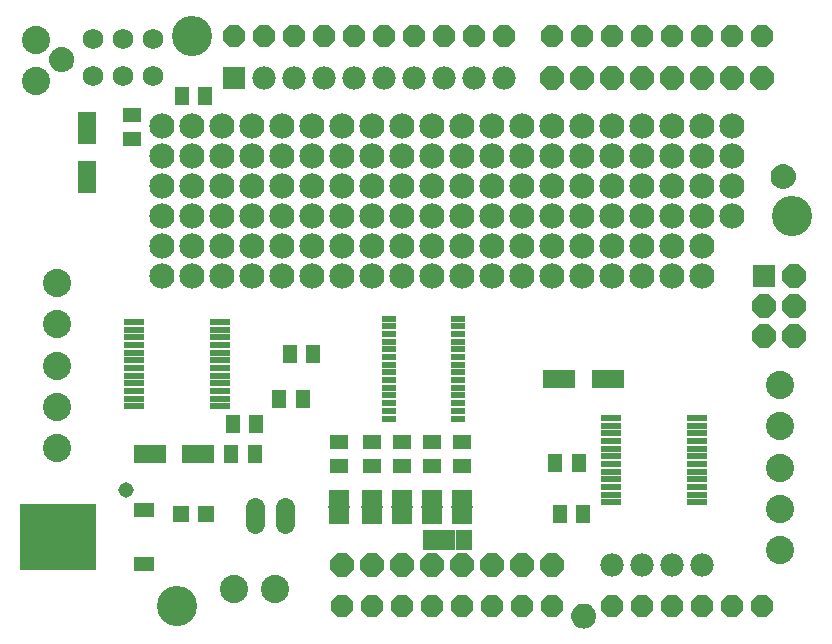
<source format=gbr>
G04 EAGLE Gerber RS-274X export*
G75*
%MOMM*%
%FSLAX34Y34*%
%LPD*%
%INSoldermask Top*%
%IPPOS*%
%AMOC8*
5,1,8,0,0,1.08239X$1,22.5*%
G01*
%ADD10C,3.403200*%
%ADD11R,1.703200X0.603200*%
%ADD12C,2.387600*%
%ADD13R,1.603200X1.303200*%
%ADD14C,1.625600*%
%ADD15R,1.803400X1.371600*%
%ADD16R,1.828800X0.152400*%
%ADD17P,2.144431X8X292.500000*%
%ADD18R,1.303200X1.603200*%
%ADD19R,2.803200X1.603200*%
%ADD20C,1.727200*%
%ADD21R,1.603200X2.803200*%
%ADD22R,1.403200X1.403200*%
%ADD23R,6.403200X5.603200*%
%ADD24R,1.803200X1.203200*%
%ADD25R,1.193800X0.508000*%
%ADD26C,2.133600*%
%ADD27P,2.034460X8X22.500000*%
%ADD28P,2.144431X8X22.500000*%
%ADD29R,1.981200X1.981200*%
%ADD30C,1.981200*%
%ADD31R,1.371600X1.803400*%
%ADD32C,1.309600*%

G36*
X43702Y477200D02*
X43702Y477200D01*
X43745Y477212D01*
X43811Y477219D01*
X45494Y477670D01*
X45535Y477689D01*
X45598Y477708D01*
X47178Y478445D01*
X47215Y478471D01*
X47274Y478500D01*
X48702Y479500D01*
X48733Y479532D01*
X48786Y479571D01*
X50019Y480804D01*
X50044Y480840D01*
X50090Y480888D01*
X51090Y482316D01*
X51108Y482357D01*
X51145Y482412D01*
X51882Y483992D01*
X51893Y484035D01*
X51920Y484096D01*
X52371Y485779D01*
X52373Y485811D01*
X52380Y485832D01*
X52380Y485847D01*
X52390Y485888D01*
X52542Y487625D01*
X52538Y487669D01*
X52542Y487735D01*
X52390Y489472D01*
X52378Y489515D01*
X52371Y489581D01*
X51920Y491264D01*
X51901Y491305D01*
X51882Y491368D01*
X51145Y492948D01*
X51119Y492985D01*
X51090Y493044D01*
X50090Y494472D01*
X50058Y494503D01*
X50019Y494556D01*
X48786Y495789D01*
X48750Y495814D01*
X48702Y495860D01*
X47274Y496860D01*
X47233Y496878D01*
X47178Y496915D01*
X45598Y497652D01*
X45555Y497663D01*
X45494Y497690D01*
X43811Y498141D01*
X43766Y498144D01*
X43702Y498160D01*
X41965Y498312D01*
X41921Y498308D01*
X41855Y498312D01*
X40118Y498160D01*
X40075Y498148D01*
X40009Y498141D01*
X38326Y497690D01*
X38285Y497671D01*
X38222Y497652D01*
X36642Y496915D01*
X36605Y496889D01*
X36546Y496860D01*
X35118Y495860D01*
X35087Y495828D01*
X35034Y495789D01*
X33801Y494556D01*
X33776Y494520D01*
X33730Y494472D01*
X32730Y493044D01*
X32712Y493003D01*
X32675Y492948D01*
X31938Y491368D01*
X31927Y491325D01*
X31900Y491264D01*
X31449Y489581D01*
X31446Y489536D01*
X31430Y489472D01*
X31278Y487735D01*
X31282Y487691D01*
X31278Y487625D01*
X31430Y485888D01*
X31442Y485845D01*
X31446Y485811D01*
X31446Y485795D01*
X31448Y485790D01*
X31449Y485779D01*
X31900Y484096D01*
X31919Y484055D01*
X31938Y483992D01*
X32675Y482412D01*
X32701Y482375D01*
X32730Y482316D01*
X33730Y480888D01*
X33762Y480857D01*
X33801Y480804D01*
X35034Y479571D01*
X35070Y479546D01*
X35118Y479500D01*
X36546Y478500D01*
X36587Y478482D01*
X36642Y478445D01*
X38222Y477708D01*
X38265Y477697D01*
X38326Y477670D01*
X40009Y477219D01*
X40054Y477216D01*
X40118Y477200D01*
X41855Y477048D01*
X41899Y477052D01*
X41965Y477048D01*
X43702Y477200D01*
G37*
G36*
X654572Y378140D02*
X654572Y378140D01*
X654615Y378152D01*
X654681Y378159D01*
X656364Y378610D01*
X656405Y378629D01*
X656468Y378648D01*
X658048Y379385D01*
X658085Y379411D01*
X658144Y379440D01*
X659572Y380440D01*
X659603Y380472D01*
X659656Y380511D01*
X660889Y381744D01*
X660914Y381780D01*
X660960Y381828D01*
X661960Y383256D01*
X661978Y383297D01*
X662015Y383352D01*
X662752Y384932D01*
X662763Y384975D01*
X662790Y385036D01*
X663241Y386719D01*
X663243Y386751D01*
X663250Y386772D01*
X663250Y386787D01*
X663260Y386828D01*
X663412Y388565D01*
X663408Y388609D01*
X663412Y388675D01*
X663260Y390412D01*
X663248Y390455D01*
X663241Y390521D01*
X662790Y392204D01*
X662771Y392245D01*
X662752Y392308D01*
X662015Y393888D01*
X661989Y393925D01*
X661960Y393984D01*
X660960Y395412D01*
X660928Y395443D01*
X660889Y395496D01*
X659656Y396729D01*
X659620Y396754D01*
X659572Y396800D01*
X658144Y397800D01*
X658103Y397818D01*
X658048Y397855D01*
X656468Y398592D01*
X656425Y398603D01*
X656364Y398630D01*
X654681Y399081D01*
X654636Y399084D01*
X654572Y399100D01*
X652835Y399252D01*
X652791Y399248D01*
X652725Y399252D01*
X650988Y399100D01*
X650945Y399088D01*
X650879Y399081D01*
X649196Y398630D01*
X649155Y398611D01*
X649092Y398592D01*
X647512Y397855D01*
X647475Y397829D01*
X647416Y397800D01*
X645988Y396800D01*
X645957Y396768D01*
X645904Y396729D01*
X644671Y395496D01*
X644646Y395460D01*
X644600Y395412D01*
X643600Y393984D01*
X643582Y393943D01*
X643545Y393888D01*
X642808Y392308D01*
X642797Y392265D01*
X642770Y392204D01*
X642319Y390521D01*
X642316Y390476D01*
X642300Y390412D01*
X642148Y388675D01*
X642152Y388631D01*
X642148Y388565D01*
X642300Y386828D01*
X642312Y386785D01*
X642316Y386751D01*
X642316Y386735D01*
X642318Y386730D01*
X642319Y386719D01*
X642770Y385036D01*
X642789Y384995D01*
X642808Y384932D01*
X643545Y383352D01*
X643571Y383315D01*
X643600Y383256D01*
X644600Y381828D01*
X644632Y381797D01*
X644671Y381744D01*
X645904Y380511D01*
X645940Y380486D01*
X645988Y380440D01*
X647416Y379440D01*
X647457Y379422D01*
X647512Y379385D01*
X649092Y378648D01*
X649135Y378637D01*
X649196Y378610D01*
X650879Y378159D01*
X650924Y378156D01*
X650988Y378140D01*
X652725Y377988D01*
X652769Y377992D01*
X652835Y377988D01*
X654572Y378140D01*
G37*
G36*
X485662Y6030D02*
X485662Y6030D01*
X485705Y6042D01*
X485771Y6049D01*
X487454Y6500D01*
X487495Y6519D01*
X487558Y6538D01*
X489138Y7275D01*
X489175Y7301D01*
X489234Y7330D01*
X490662Y8330D01*
X490693Y8362D01*
X490746Y8401D01*
X491979Y9634D01*
X492004Y9670D01*
X492050Y9718D01*
X493050Y11146D01*
X493068Y11187D01*
X493105Y11242D01*
X493842Y12822D01*
X493853Y12865D01*
X493880Y12926D01*
X494331Y14609D01*
X494333Y14641D01*
X494340Y14662D01*
X494340Y14677D01*
X494350Y14718D01*
X494502Y16455D01*
X494498Y16499D01*
X494502Y16565D01*
X494350Y18302D01*
X494338Y18345D01*
X494331Y18411D01*
X493880Y20094D01*
X493861Y20135D01*
X493842Y20198D01*
X493105Y21778D01*
X493079Y21815D01*
X493050Y21874D01*
X492050Y23302D01*
X492018Y23333D01*
X491979Y23386D01*
X490746Y24619D01*
X490710Y24644D01*
X490662Y24690D01*
X489234Y25690D01*
X489193Y25708D01*
X489138Y25745D01*
X487558Y26482D01*
X487515Y26493D01*
X487454Y26520D01*
X485771Y26971D01*
X485726Y26974D01*
X485662Y26990D01*
X483925Y27142D01*
X483881Y27138D01*
X483815Y27142D01*
X482078Y26990D01*
X482035Y26978D01*
X481969Y26971D01*
X480286Y26520D01*
X480245Y26501D01*
X480182Y26482D01*
X478602Y25745D01*
X478565Y25719D01*
X478506Y25690D01*
X477078Y24690D01*
X477047Y24658D01*
X476994Y24619D01*
X475761Y23386D01*
X475736Y23350D01*
X475690Y23302D01*
X474690Y21874D01*
X474672Y21833D01*
X474635Y21778D01*
X473898Y20198D01*
X473887Y20155D01*
X473860Y20094D01*
X473409Y18411D01*
X473406Y18366D01*
X473390Y18302D01*
X473238Y16565D01*
X473242Y16521D01*
X473238Y16455D01*
X473390Y14718D01*
X473402Y14675D01*
X473406Y14641D01*
X473406Y14625D01*
X473408Y14620D01*
X473409Y14609D01*
X473860Y12926D01*
X473879Y12885D01*
X473898Y12822D01*
X474635Y11242D01*
X474661Y11205D01*
X474690Y11146D01*
X475690Y9718D01*
X475722Y9687D01*
X475761Y9634D01*
X476994Y8401D01*
X477030Y8376D01*
X477078Y8330D01*
X478506Y7330D01*
X478547Y7312D01*
X478602Y7275D01*
X480182Y6538D01*
X480225Y6527D01*
X480286Y6500D01*
X481969Y6049D01*
X482014Y6046D01*
X482078Y6030D01*
X483815Y5878D01*
X483859Y5882D01*
X483925Y5878D01*
X485662Y6030D01*
G37*
D10*
X152400Y508000D03*
X660400Y355600D03*
X139700Y25400D03*
D11*
X103450Y265620D03*
X103450Y259120D03*
X103450Y252620D03*
X103450Y246120D03*
X103450Y239620D03*
X103450Y233120D03*
X103450Y226620D03*
X103450Y220120D03*
X103450Y213620D03*
X103450Y207120D03*
X103450Y200620D03*
X103450Y194120D03*
X175950Y207120D03*
X175950Y213620D03*
X175950Y220120D03*
X175950Y226620D03*
X175950Y233120D03*
X175950Y239620D03*
X175950Y246120D03*
X175950Y252620D03*
X175950Y259120D03*
X175950Y265620D03*
X175950Y200620D03*
X175950Y194120D03*
X579810Y112840D03*
X579810Y119340D03*
X579810Y125840D03*
X579810Y132340D03*
X579810Y138840D03*
X579810Y145340D03*
X579810Y151840D03*
X579810Y158340D03*
X579810Y164840D03*
X579810Y171340D03*
X579810Y177840D03*
X579810Y184340D03*
X507310Y171340D03*
X507310Y164840D03*
X507310Y158340D03*
X507310Y151840D03*
X507310Y145340D03*
X507310Y138840D03*
X507310Y132340D03*
X507310Y125840D03*
X507310Y119340D03*
X507310Y112840D03*
X507310Y177840D03*
X507310Y184340D03*
D12*
X38100Y228600D03*
X38100Y263600D03*
X38100Y193600D03*
X38100Y158600D03*
X38100Y298600D03*
X650240Y142240D03*
X650240Y177240D03*
X650240Y107240D03*
X650240Y72240D03*
X650240Y212240D03*
D13*
X381000Y163670D03*
X381000Y143670D03*
X355600Y163670D03*
X355600Y143670D03*
X330200Y163670D03*
X330200Y143670D03*
D14*
X205740Y108712D02*
X205740Y94488D01*
X231140Y94488D02*
X231140Y108712D01*
D12*
X222470Y39370D03*
X187470Y39370D03*
D15*
X381000Y101600D03*
X381000Y116840D03*
D16*
X381000Y109220D03*
D15*
X355600Y101600D03*
X355600Y116840D03*
D16*
X355600Y109220D03*
D15*
X330200Y101600D03*
X330200Y116840D03*
D16*
X330200Y109220D03*
D17*
X635000Y472440D03*
X609600Y472440D03*
X584200Y472440D03*
X558800Y472440D03*
X533400Y472440D03*
X508000Y472440D03*
X482600Y472440D03*
X457200Y472440D03*
D18*
X246220Y200660D03*
X226220Y200660D03*
X235110Y238760D03*
X255110Y238760D03*
X479900Y146050D03*
X459900Y146050D03*
D19*
X463370Y217170D03*
X504370Y217170D03*
X116660Y153670D03*
X157660Y153670D03*
D20*
X68580Y505460D03*
X93980Y505460D03*
X119380Y505460D03*
X68580Y473710D03*
X93980Y473710D03*
X119380Y473710D03*
D12*
X20320Y469680D03*
X20320Y504680D03*
D21*
X63500Y388440D03*
X63500Y429440D03*
D22*
X164170Y102870D03*
X143170Y102870D03*
D18*
X205580Y153670D03*
X185580Y153670D03*
D23*
X38500Y83820D03*
D24*
X111500Y61020D03*
X111500Y106620D03*
D25*
X377158Y183810D03*
X377158Y190310D03*
X377158Y196810D03*
X377158Y203310D03*
X377158Y209810D03*
X377158Y216310D03*
X377158Y222810D03*
X377158Y229310D03*
X318802Y229310D03*
X318802Y222810D03*
X318802Y216310D03*
X318802Y209810D03*
X318802Y203310D03*
X318802Y196810D03*
X318802Y190310D03*
X318802Y183810D03*
X377158Y235810D03*
X377158Y242310D03*
X318802Y235810D03*
X318802Y242310D03*
X377158Y248810D03*
X377158Y255310D03*
X377158Y261810D03*
X377158Y268310D03*
X318802Y268310D03*
X318802Y261810D03*
X318802Y255310D03*
X318802Y248810D03*
D15*
X304800Y116840D03*
X304800Y101600D03*
D16*
X304800Y109220D03*
D15*
X276860Y116840D03*
X276860Y101600D03*
D16*
X276860Y109220D03*
D13*
X304800Y163670D03*
X304800Y143670D03*
X276860Y163670D03*
X276860Y143670D03*
D26*
X609600Y355600D03*
X609600Y381000D03*
X609600Y406400D03*
X609600Y431800D03*
D13*
X101600Y420530D03*
X101600Y440530D03*
D18*
X163670Y457200D03*
X143670Y457200D03*
D27*
X533400Y508000D03*
X508000Y25400D03*
X558800Y508000D03*
X584200Y508000D03*
X609600Y508000D03*
X635000Y508000D03*
X508000Y508000D03*
X482600Y508000D03*
X457200Y508000D03*
X416560Y508000D03*
X391160Y508000D03*
X365760Y508000D03*
X340360Y508000D03*
X314960Y508000D03*
X289560Y508000D03*
X264160Y508000D03*
X238760Y508000D03*
X533400Y25400D03*
X558800Y25400D03*
X584200Y25400D03*
X609600Y25400D03*
X635000Y25400D03*
X457200Y25400D03*
X431800Y25400D03*
X406400Y25400D03*
X381000Y25400D03*
X355600Y25400D03*
X330200Y25400D03*
X213360Y508000D03*
X187960Y508000D03*
X304800Y25400D03*
X279400Y25400D03*
D28*
X661670Y279400D03*
X636270Y279400D03*
D29*
X636270Y304800D03*
D28*
X661670Y304800D03*
X661670Y254000D03*
X636270Y254000D03*
D30*
X584200Y59690D03*
X558800Y59690D03*
X533400Y59690D03*
X508000Y59690D03*
D17*
X457200Y59690D03*
X431800Y59690D03*
X406400Y59690D03*
X381000Y59690D03*
X355600Y59690D03*
X330200Y59690D03*
X304800Y59690D03*
X279400Y59690D03*
D29*
X187960Y472440D03*
D30*
X213360Y472440D03*
X238760Y472440D03*
X264160Y472440D03*
X289560Y472440D03*
X314960Y472440D03*
X340360Y472440D03*
X365760Y472440D03*
X391160Y472440D03*
X416560Y472440D03*
D31*
X382270Y81280D03*
X354330Y81280D03*
X368300Y81280D03*
D18*
X186850Y179070D03*
X206850Y179070D03*
X483710Y102870D03*
X463710Y102870D03*
D27*
X533400Y508000D03*
X508000Y25400D03*
X558800Y508000D03*
X584200Y508000D03*
X609600Y508000D03*
X635000Y508000D03*
X508000Y508000D03*
X482600Y508000D03*
X457200Y508000D03*
X416560Y508000D03*
X391160Y508000D03*
X365760Y508000D03*
X340360Y508000D03*
X314960Y508000D03*
X289560Y508000D03*
X264160Y508000D03*
X238760Y508000D03*
X533400Y25400D03*
X558800Y25400D03*
X584200Y25400D03*
X609600Y25400D03*
X635000Y25400D03*
X457200Y25400D03*
X431800Y25400D03*
X406400Y25400D03*
X381000Y25400D03*
X355600Y25400D03*
X330200Y25400D03*
X213360Y508000D03*
X187960Y508000D03*
X304800Y25400D03*
X279400Y25400D03*
D28*
X661670Y279400D03*
X636270Y279400D03*
D29*
X636270Y304800D03*
D28*
X661670Y304800D03*
X661670Y254000D03*
X636270Y254000D03*
D26*
X127000Y355600D03*
X127000Y330200D03*
X152400Y330200D03*
X152400Y355600D03*
X152400Y381000D03*
X127000Y381000D03*
X127000Y406400D03*
X152400Y406400D03*
X152400Y431800D03*
X127000Y431800D03*
X177800Y431800D03*
X177800Y406400D03*
X177800Y381000D03*
X177800Y355600D03*
X177800Y330200D03*
X203200Y330200D03*
X203200Y355600D03*
X203200Y381000D03*
X203200Y406400D03*
X203200Y431800D03*
X228600Y431800D03*
X228600Y406400D03*
X228600Y381000D03*
X228600Y355600D03*
X228600Y330200D03*
X254000Y330200D03*
X254000Y355600D03*
X254000Y381000D03*
X254000Y406400D03*
X254000Y431800D03*
X279400Y431800D03*
X279400Y406400D03*
X279400Y381000D03*
X279400Y355600D03*
X279400Y330200D03*
X304800Y330200D03*
X304800Y355600D03*
X304800Y381000D03*
X304800Y406400D03*
X304800Y431800D03*
X330200Y431800D03*
X355600Y431800D03*
X381000Y431800D03*
X406400Y431800D03*
X431800Y431800D03*
X457200Y431800D03*
X482600Y431800D03*
X508000Y406400D03*
X533400Y406400D03*
X558800Y406400D03*
X584200Y406400D03*
X584200Y330200D03*
X584200Y355600D03*
X584200Y381000D03*
X558800Y381000D03*
X558800Y355600D03*
X558800Y330200D03*
X533400Y330200D03*
X533400Y355600D03*
X533400Y381000D03*
X508000Y381000D03*
X508000Y355600D03*
X508000Y330200D03*
X482600Y330200D03*
X482600Y355600D03*
X482600Y381000D03*
X482600Y406400D03*
X457200Y406400D03*
X457200Y381000D03*
X457200Y355600D03*
X457200Y330200D03*
X431800Y330200D03*
X431800Y355600D03*
X431800Y381000D03*
X431800Y406400D03*
X406400Y406400D03*
X406400Y381000D03*
X406400Y355600D03*
X406400Y330200D03*
X381000Y330200D03*
X381000Y355600D03*
X381000Y381000D03*
X381000Y406400D03*
X355600Y406400D03*
X355600Y381000D03*
X355600Y355600D03*
X355600Y330200D03*
X330200Y330200D03*
X330200Y355600D03*
X330200Y381000D03*
X330200Y406400D03*
X508000Y431800D03*
X533400Y431800D03*
X558800Y431800D03*
X584200Y431800D03*
X127000Y304800D03*
X152400Y304800D03*
X177800Y304800D03*
X228600Y304800D03*
X203200Y304800D03*
X254000Y304800D03*
X279400Y304800D03*
X304800Y304800D03*
X330200Y304800D03*
X355600Y304800D03*
X381000Y304800D03*
X406400Y304800D03*
X431800Y304800D03*
X457200Y304800D03*
X482600Y304800D03*
X508000Y304800D03*
X533400Y304800D03*
X558800Y304800D03*
X584200Y304800D03*
D32*
X96520Y123190D03*
M02*

</source>
